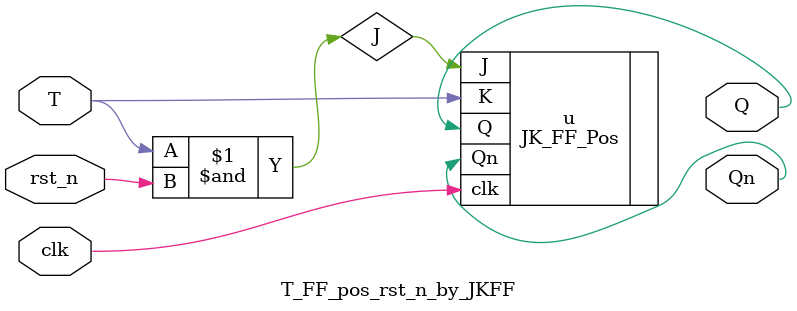
<source format=v>
module T_FF_pos_rst_n_by_JKFF(
    input T, clk, rst_n,
    output Q, Qn
    );
    wire J;
    and(J, T, rst_n);
    JK_FF_Pos u (
        .J(J), .K(T), .clk(clk),
        .Q(Q), .Qn(Qn)
    );
endmodule

</source>
